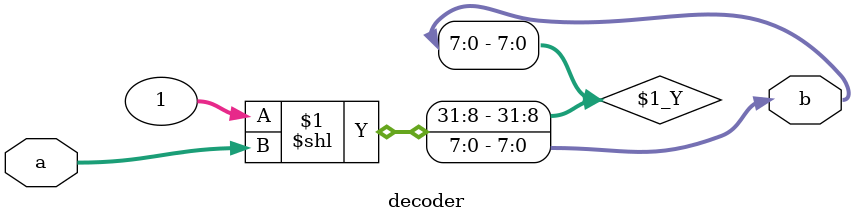
<source format=v>
module regfile (data_in, writenum, write, readnum, clk, data_out);
    input [15:0] data_in;
    input [2:0] writenum, readnum;
    input write, clk;
    output [15:0] data_out;
    wire [15:0] R0, R1, R2, R3, R4, R5, R6, R7;
    wire [7:0] writenum_onehot, readnum_onehot;

    decoder #(3, 8) WRITENUM_DECODER (writenum, writenum_onehot);
    decoder #(3, 8) READNUM_DECODER (readnum, readnum_onehot);

    multiplexer_8input #(16) DATAOUT_MUX (R7, R6, R5, R4, R3, R2, R1, R0, readnum_onehot, data_out);

    reg_load_enable #(16) R0_ (clk, data_in, write & writenum_onehot[0], R0);
    reg_load_enable #(16) R1_ (clk, data_in, write & writenum_onehot[1], R1);
    reg_load_enable #(16) R2_ (clk, data_in, write & writenum_onehot[2], R2);
    reg_load_enable #(16) R3_ (clk, data_in, write & writenum_onehot[3], R3);
    reg_load_enable #(16) R4_ (clk, data_in, write & writenum_onehot[4], R4);
    reg_load_enable #(16) R5_ (clk, data_in, write & writenum_onehot[5], R5);
    reg_load_enable #(16) R6_ (clk, data_in, write & writenum_onehot[6], R6);
    reg_load_enable #(16) R7_ (clk, data_in, write & writenum_onehot[7], R7);
endmodule

module reg_load_enable(clk, in, enable, out);
    parameter k = 16;
    input clk, enable;
    input [k-1:0] in;
    output [k-1:0] out;
    wire [k-1:0] mux_into_reg;

    DFF_Alex #(k) DFF0 (clk, mux_into_reg, out);
    multiplexer_2input #(k) MUX0 (in, out, enable, mux_into_reg);
endmodule

module multiplexer_2input(a1, a0, s, out); // this multiplexer is to be used ONLY with the enable-registers
    parameter k = 1;
    input [k-1:0] a1, a0;
    input s; // select signal s needs to be only 1 bit, if HIGH then write in value to register, if LOW then maintain the current value
    output reg [k-1:0] out;

    always @(*) begin
        case(s)
            1'b0: out = a0;
            1'b1: out = a1;
            default: out = {k{1'bx}};
        endcase
    end
endmodule

module multiplexer_8input(a7, a6, a5, a4, a3, a2, a1, a0, s, out); // this multiplexer is the one that takes the register files as input, and outputs data_out
    parameter signal_width = 1;
    input [signal_width-1:0] a7, a6, a5, a4, a3, a2, a1, a0;
    input [7:0] s; // select signal here, is 8 bits, since there are 8 inputs --> select is a one-hot signal
    output reg [signal_width-1:0] out;

    always @(*) begin // select signal is one-hot
        case(s)
            8'b00000001: out = a0;
            8'b00000010: out = a1;
            8'b00000100: out = a2;
            8'b00001000: out = a3;
            8'b00010000: out = a4;
            8'b00100000: out = a5;
            8'b01000000: out = a6;
            8'b10000000: out = a7;
            default: out = {signal_width{1'bx}};
        endcase
    end
endmodule

module DFF_Alex(clk, in, out);
    parameter n = 1;
    input clk;
    input [n-1:0] in;
    output reg [n-1:0] out;

    always @(posedge clk)
        out = in; 
endmodule

module decoder(a, b);
    parameter n = 3;
    parameter m = 8;
    input [n-1:0] a;
    output [m-1:0] b;

    wire [m-1:0] b = 1 << a;
endmodule
</source>
